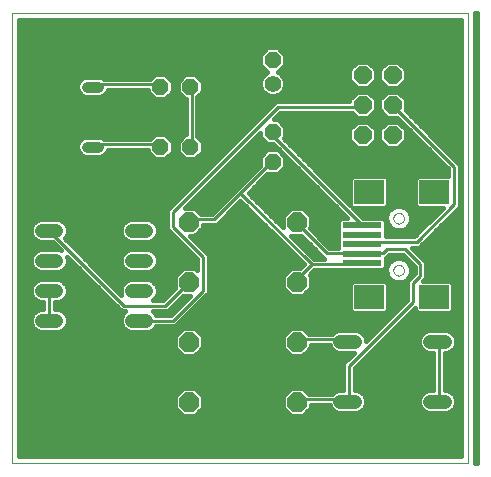
<source format=gtl>
G75*
%MOIN*%
%OFA0B0*%
%FSLAX24Y24*%
%IPPOS*%
%LPD*%
%AMOC8*
5,1,8,0,0,1.08239X$1,22.5*
%
%ADD10C,0.0000*%
%ADD11OC8,0.0560*%
%ADD12C,0.0560*%
%ADD13C,0.0480*%
%ADD14C,0.0380*%
%ADD15OC8,0.0660*%
%ADD16R,0.0984X0.0787*%
%ADD17R,0.1299X0.0197*%
%ADD18OC8,0.0600*%
%ADD19C,0.0100*%
%ADD20C,0.0160*%
D10*
X000180Y000180D02*
X000180Y015176D01*
X015400Y015176D01*
X015400Y000180D01*
X000180Y000180D01*
X012903Y006614D02*
X012905Y006640D01*
X012911Y006666D01*
X012921Y006691D01*
X012934Y006714D01*
X012950Y006734D01*
X012970Y006752D01*
X012992Y006767D01*
X013015Y006779D01*
X013041Y006787D01*
X013067Y006791D01*
X013093Y006791D01*
X013119Y006787D01*
X013145Y006779D01*
X013169Y006767D01*
X013190Y006752D01*
X013210Y006734D01*
X013226Y006714D01*
X013239Y006691D01*
X013249Y006666D01*
X013255Y006640D01*
X013257Y006614D01*
X013255Y006588D01*
X013249Y006562D01*
X013239Y006537D01*
X013226Y006514D01*
X013210Y006494D01*
X013190Y006476D01*
X013168Y006461D01*
X013145Y006449D01*
X013119Y006441D01*
X013093Y006437D01*
X013067Y006437D01*
X013041Y006441D01*
X013015Y006449D01*
X012991Y006461D01*
X012970Y006476D01*
X012950Y006494D01*
X012934Y006514D01*
X012921Y006537D01*
X012911Y006562D01*
X012905Y006588D01*
X012903Y006614D01*
X012903Y008346D02*
X012905Y008372D01*
X012911Y008398D01*
X012921Y008423D01*
X012934Y008446D01*
X012950Y008466D01*
X012970Y008484D01*
X012992Y008499D01*
X013015Y008511D01*
X013041Y008519D01*
X013067Y008523D01*
X013093Y008523D01*
X013119Y008519D01*
X013145Y008511D01*
X013169Y008499D01*
X013190Y008484D01*
X013210Y008466D01*
X013226Y008446D01*
X013239Y008423D01*
X013249Y008398D01*
X013255Y008372D01*
X013257Y008346D01*
X013255Y008320D01*
X013249Y008294D01*
X013239Y008269D01*
X013226Y008246D01*
X013210Y008226D01*
X013190Y008208D01*
X013168Y008193D01*
X013145Y008181D01*
X013119Y008173D01*
X013093Y008169D01*
X013067Y008169D01*
X013041Y008173D01*
X013015Y008181D01*
X012991Y008193D01*
X012970Y008208D01*
X012950Y008226D01*
X012934Y008246D01*
X012921Y008269D01*
X012911Y008294D01*
X012905Y008320D01*
X012903Y008346D01*
D11*
X008880Y010230D03*
X008880Y011230D03*
X008880Y013630D03*
X006130Y012730D03*
X005130Y012730D03*
X005130Y010730D03*
X006130Y010730D03*
D12*
X008880Y012830D03*
D13*
X004670Y007930D02*
X004190Y007930D01*
X004190Y006930D02*
X004670Y006930D01*
X004670Y005930D02*
X004190Y005930D01*
X004190Y004930D02*
X004670Y004930D01*
X001670Y004930D02*
X001190Y004930D01*
X001190Y005930D02*
X001670Y005930D01*
X001670Y006930D02*
X001190Y006930D01*
X001190Y007930D02*
X001670Y007930D01*
X011140Y004230D02*
X011620Y004230D01*
X011620Y002230D02*
X011140Y002230D01*
X014140Y002230D02*
X014620Y002230D01*
X014620Y004230D02*
X014140Y004230D01*
D14*
X003070Y010730D02*
X002690Y010730D01*
X002690Y012730D02*
X003070Y012730D01*
D15*
X006080Y008230D03*
X006080Y006230D03*
X006080Y004230D03*
X006080Y002230D03*
X009680Y002230D03*
X009680Y004230D03*
X009680Y006230D03*
X009680Y008230D03*
D16*
X012096Y009232D03*
X014261Y009232D03*
X014261Y005728D03*
X012096Y005728D03*
D17*
X011860Y006850D03*
X011860Y007165D03*
X011860Y007480D03*
X011860Y007795D03*
X011860Y008110D03*
D18*
X011880Y011130D03*
X011880Y012130D03*
X011880Y013130D03*
X012880Y013130D03*
X012880Y012130D03*
X012880Y011130D03*
D19*
X012930Y012055D02*
X012880Y012130D01*
X012930Y012055D02*
X014930Y010055D01*
X014930Y008805D01*
X013680Y007555D01*
X011930Y007555D01*
X011860Y007480D01*
X011805Y007180D02*
X011860Y007165D01*
X011930Y007180D01*
X012555Y007180D01*
X012680Y007305D01*
X013305Y007305D01*
X013805Y006805D01*
X013805Y006430D01*
X013555Y006180D01*
X013555Y005555D01*
X011430Y003430D01*
X011430Y002305D01*
X011380Y002230D01*
X011305Y002305D01*
X009680Y002305D01*
X009680Y002230D01*
X009680Y004230D02*
X009680Y004305D01*
X011305Y004305D01*
X011380Y004230D01*
X009680Y006230D02*
X009680Y006305D01*
X010180Y006805D01*
X007805Y009180D01*
X006930Y008305D01*
X006180Y008305D01*
X006080Y008230D01*
X005555Y008055D02*
X005555Y008555D01*
X009055Y012055D01*
X011805Y012055D01*
X011880Y012130D01*
X008880Y011230D02*
X008805Y011180D01*
X011805Y008180D01*
X011860Y008110D01*
X011805Y007180D02*
X010680Y007180D01*
X009680Y008180D01*
X009680Y008230D01*
X010180Y006805D02*
X011805Y006805D01*
X011860Y006850D01*
X014380Y004230D02*
X014430Y004180D01*
X014430Y002305D01*
X014380Y002230D01*
X007805Y009180D02*
X008805Y010180D01*
X008880Y010230D01*
X006180Y010805D02*
X006130Y010730D01*
X006180Y010805D02*
X006180Y012680D01*
X006130Y012730D01*
X005130Y012730D02*
X005055Y012805D01*
X002930Y012805D01*
X002880Y012730D01*
X002930Y010805D02*
X002880Y010730D01*
X002930Y010805D02*
X005055Y010805D01*
X005130Y010730D01*
X005555Y008055D02*
X006555Y007055D01*
X006555Y005930D01*
X005555Y004930D01*
X004430Y004930D01*
X003930Y005430D02*
X005305Y005430D01*
X006055Y006180D01*
X006080Y006230D01*
X003930Y005430D02*
X001430Y007930D01*
X001430Y005930D02*
X001430Y004930D01*
D20*
X001240Y005310D02*
X001114Y005310D01*
X000975Y005252D01*
X000868Y005145D01*
X000810Y005006D01*
X000810Y004854D01*
X000868Y004715D01*
X000975Y004608D01*
X001114Y004550D01*
X001746Y004550D01*
X001885Y004608D01*
X001992Y004715D01*
X002050Y004854D01*
X002050Y005006D01*
X001992Y005145D01*
X001885Y005252D01*
X001746Y005310D01*
X001620Y005310D01*
X001620Y005550D01*
X001746Y005550D01*
X001885Y005608D01*
X001992Y005715D01*
X002050Y005854D01*
X002050Y006006D01*
X001992Y006145D01*
X001885Y006252D01*
X001746Y006310D01*
X001114Y006310D01*
X000975Y006252D01*
X000868Y006145D01*
X000810Y006006D01*
X000810Y005854D01*
X000868Y005715D01*
X000975Y005608D01*
X001114Y005550D01*
X001240Y005550D01*
X001240Y005310D01*
X001240Y005411D02*
X000410Y005411D01*
X000410Y005569D02*
X001069Y005569D01*
X000863Y005728D02*
X000410Y005728D01*
X000410Y005886D02*
X000810Y005886D01*
X000826Y006045D02*
X000410Y006045D01*
X000410Y006203D02*
X000926Y006203D01*
X001114Y006550D02*
X001746Y006550D01*
X001885Y006608D01*
X001992Y006715D01*
X002050Y006854D01*
X002050Y007006D01*
X002025Y007067D01*
X003740Y005351D01*
X003851Y005240D01*
X003963Y005240D01*
X003868Y005145D01*
X003810Y005006D01*
X003810Y004854D01*
X003868Y004715D01*
X003975Y004608D01*
X004114Y004550D01*
X004746Y004550D01*
X004885Y004608D01*
X004992Y004715D01*
X005003Y004740D01*
X005634Y004740D01*
X006634Y005740D01*
X006745Y005851D01*
X006745Y007134D01*
X006119Y007760D01*
X006275Y007760D01*
X006550Y008035D01*
X006550Y008115D01*
X007009Y008115D01*
X007805Y008911D01*
X009911Y006805D01*
X009806Y006700D01*
X009485Y006700D01*
X009210Y006425D01*
X009210Y006035D01*
X009485Y005760D01*
X009875Y005760D01*
X010150Y006035D01*
X010150Y006425D01*
X010109Y006465D01*
X010259Y006615D01*
X011149Y006615D01*
X011152Y006612D01*
X011831Y006612D01*
X011865Y006608D01*
X011869Y006612D01*
X012567Y006612D01*
X012649Y006694D01*
X012649Y007005D01*
X012745Y007101D01*
X012759Y007115D01*
X013226Y007115D01*
X013615Y006726D01*
X013615Y006509D01*
X013365Y006259D01*
X013365Y005634D01*
X012000Y004269D01*
X012000Y004306D01*
X011942Y004445D01*
X011835Y004552D01*
X011696Y004610D01*
X011064Y004610D01*
X010925Y004552D01*
X010868Y004495D01*
X010080Y004495D01*
X009875Y004700D01*
X009485Y004700D01*
X009210Y004425D01*
X009210Y004035D01*
X009485Y003760D01*
X009875Y003760D01*
X010150Y004035D01*
X010150Y004115D01*
X010776Y004115D01*
X010818Y004015D01*
X010925Y003908D01*
X011064Y003850D01*
X011581Y003850D01*
X011240Y003509D01*
X011240Y002610D01*
X011064Y002610D01*
X010925Y002552D01*
X010868Y002495D01*
X010080Y002495D01*
X009875Y002700D01*
X009485Y002700D01*
X009210Y002425D01*
X009210Y002035D01*
X009485Y001760D01*
X009875Y001760D01*
X010150Y002035D01*
X010150Y002115D01*
X010776Y002115D01*
X010818Y002015D01*
X010925Y001908D01*
X011064Y001850D01*
X011696Y001850D01*
X011835Y001908D01*
X011942Y002015D01*
X012000Y002154D01*
X012000Y002306D01*
X011942Y002445D01*
X011835Y002552D01*
X011696Y002610D01*
X011620Y002610D01*
X011620Y003351D01*
X013629Y005360D01*
X013629Y005276D01*
X013711Y005194D01*
X014811Y005194D01*
X014893Y005276D01*
X014893Y006180D01*
X014811Y006262D01*
X013905Y006262D01*
X013995Y006351D01*
X013995Y006884D01*
X013514Y007365D01*
X013759Y007365D01*
X015120Y008726D01*
X015120Y010134D01*
X013313Y011941D01*
X013320Y011948D01*
X013320Y012312D01*
X013062Y012570D01*
X012698Y012570D01*
X012440Y012312D01*
X012440Y011948D01*
X012698Y011690D01*
X013026Y011690D01*
X014740Y009976D01*
X014740Y009766D01*
X013711Y009766D01*
X013629Y009684D01*
X013629Y008780D01*
X013711Y008698D01*
X014555Y008698D01*
X013601Y007745D01*
X012649Y007745D01*
X012649Y007951D01*
X012648Y007952D01*
X012649Y007954D01*
X012649Y008266D01*
X012567Y008348D01*
X011915Y008348D01*
X011907Y008359D01*
X011893Y008360D01*
X011555Y008698D01*
X012646Y008698D01*
X012728Y008780D01*
X012728Y009684D01*
X012646Y009766D01*
X011546Y009766D01*
X011464Y009684D01*
X011464Y008790D01*
X009249Y011005D01*
X009300Y011056D01*
X009300Y011404D01*
X009054Y011650D01*
X008919Y011650D01*
X009134Y011865D01*
X011523Y011865D01*
X011698Y011690D01*
X012062Y011690D01*
X012320Y011948D01*
X012320Y012312D01*
X012062Y012570D01*
X011698Y012570D01*
X011440Y012312D01*
X011440Y012245D01*
X008976Y012245D01*
X008865Y012134D01*
X005365Y008634D01*
X005365Y007976D01*
X005476Y007865D01*
X006365Y006976D01*
X006365Y006610D01*
X006275Y006700D01*
X005885Y006700D01*
X005610Y006425D01*
X005610Y006035D01*
X005626Y006020D01*
X005226Y005620D01*
X004897Y005620D01*
X004992Y005715D01*
X005050Y005854D01*
X005050Y006006D01*
X004992Y006145D01*
X004885Y006252D01*
X004746Y006310D01*
X004114Y006310D01*
X003975Y006252D01*
X003868Y006145D01*
X003810Y006006D01*
X003810Y005854D01*
X003835Y005793D01*
X001953Y007676D01*
X001992Y007715D01*
X002050Y007854D01*
X002050Y008006D01*
X001992Y008145D01*
X001885Y008252D01*
X001746Y008310D01*
X001114Y008310D01*
X000975Y008252D01*
X000868Y008145D01*
X000810Y008006D01*
X000810Y007854D01*
X000868Y007715D01*
X000975Y007608D01*
X001114Y007550D01*
X001541Y007550D01*
X001807Y007285D01*
X001746Y007310D01*
X001114Y007310D01*
X000975Y007252D01*
X000868Y007145D01*
X000810Y007006D01*
X000810Y006854D01*
X000868Y006715D01*
X000975Y006608D01*
X001114Y006550D01*
X000904Y006679D02*
X000410Y006679D01*
X000410Y006837D02*
X000817Y006837D01*
X000810Y006996D02*
X000410Y006996D01*
X000410Y007154D02*
X000877Y007154D01*
X000953Y007630D02*
X000410Y007630D01*
X000410Y007788D02*
X000838Y007788D01*
X000810Y007947D02*
X000410Y007947D01*
X000410Y008105D02*
X000851Y008105D01*
X001002Y008264D02*
X000410Y008264D01*
X000410Y008422D02*
X005365Y008422D01*
X005365Y008264D02*
X004858Y008264D01*
X004885Y008252D02*
X004746Y008310D01*
X004114Y008310D01*
X003975Y008252D01*
X003868Y008145D01*
X003810Y008006D01*
X003810Y007854D01*
X003868Y007715D01*
X003975Y007608D01*
X004114Y007550D01*
X004746Y007550D01*
X004885Y007608D01*
X004992Y007715D01*
X005050Y007854D01*
X005050Y008006D01*
X004992Y008145D01*
X004885Y008252D01*
X005009Y008105D02*
X005365Y008105D01*
X005395Y007947D02*
X005050Y007947D01*
X005022Y007788D02*
X005553Y007788D01*
X005712Y007630D02*
X004907Y007630D01*
X004746Y007310D02*
X004885Y007252D01*
X004992Y007145D01*
X005050Y007006D01*
X005050Y006854D01*
X004992Y006715D01*
X004885Y006608D01*
X004746Y006550D01*
X004114Y006550D01*
X003975Y006608D01*
X003868Y006715D01*
X003810Y006854D01*
X003810Y007006D01*
X003868Y007145D01*
X003975Y007252D01*
X004114Y007310D01*
X004746Y007310D01*
X004983Y007154D02*
X006187Y007154D01*
X006029Y007313D02*
X002316Y007313D01*
X002158Y007471D02*
X005870Y007471D01*
X006249Y007630D02*
X009087Y007630D01*
X008928Y007788D02*
X006303Y007788D01*
X006461Y007947D02*
X008770Y007947D01*
X008611Y008105D02*
X006550Y008105D01*
X006480Y008495D02*
X006275Y008700D01*
X005969Y008700D01*
X008460Y011191D01*
X008460Y011056D01*
X008706Y010810D01*
X008906Y010810D01*
X011368Y008348D01*
X011152Y008348D01*
X011070Y008266D01*
X011070Y007954D01*
X011071Y007952D01*
X011070Y007951D01*
X011070Y007639D01*
X011071Y007637D01*
X011070Y007636D01*
X011070Y007370D01*
X010759Y007370D01*
X010122Y008007D01*
X010150Y008035D01*
X010150Y008425D01*
X009875Y008700D01*
X009485Y008700D01*
X009210Y008425D01*
X009210Y008044D01*
X008074Y009180D01*
X008705Y009811D01*
X008706Y009810D01*
X009054Y009810D01*
X009300Y010056D01*
X009300Y010404D01*
X009054Y010650D01*
X008706Y010650D01*
X008460Y010404D01*
X008460Y010104D01*
X007726Y009370D01*
X007615Y009259D01*
X006851Y008495D01*
X006480Y008495D01*
X006394Y008581D02*
X006937Y008581D01*
X007095Y008739D02*
X006008Y008739D01*
X006166Y008898D02*
X007254Y008898D01*
X007412Y009056D02*
X006325Y009056D01*
X006483Y009215D02*
X007571Y009215D01*
X007729Y009373D02*
X006642Y009373D01*
X006800Y009532D02*
X007888Y009532D01*
X008046Y009690D02*
X006959Y009690D01*
X007117Y009849D02*
X008205Y009849D01*
X008363Y010007D02*
X007276Y010007D01*
X007434Y010166D02*
X008460Y010166D01*
X008460Y010324D02*
X007593Y010324D01*
X007751Y010483D02*
X008539Y010483D01*
X008697Y010641D02*
X007910Y010641D01*
X008068Y010800D02*
X008917Y010800D01*
X009063Y010641D02*
X009075Y010641D01*
X009221Y010483D02*
X009234Y010483D01*
X009300Y010324D02*
X009392Y010324D01*
X009300Y010166D02*
X009551Y010166D01*
X009709Y010007D02*
X009251Y010007D01*
X009092Y009849D02*
X009868Y009849D01*
X010026Y009690D02*
X008584Y009690D01*
X008425Y009532D02*
X010185Y009532D01*
X010343Y009373D02*
X008267Y009373D01*
X008108Y009215D02*
X010502Y009215D01*
X010660Y009056D02*
X008198Y009056D01*
X008356Y008898D02*
X010819Y008898D01*
X010977Y008739D02*
X008515Y008739D01*
X008673Y008581D02*
X009366Y008581D01*
X009210Y008422D02*
X008832Y008422D01*
X008990Y008264D02*
X009210Y008264D01*
X009210Y008105D02*
X009149Y008105D01*
X009494Y007760D02*
X009831Y007760D01*
X010596Y006995D01*
X010259Y006995D01*
X009494Y007760D01*
X009624Y007630D02*
X009962Y007630D01*
X010120Y007471D02*
X009783Y007471D01*
X009941Y007313D02*
X010279Y007313D01*
X010437Y007154D02*
X010100Y007154D01*
X010258Y006996D02*
X010596Y006996D01*
X010658Y007471D02*
X011070Y007471D01*
X011070Y007630D02*
X010499Y007630D01*
X010341Y007788D02*
X011070Y007788D01*
X011070Y007947D02*
X010182Y007947D01*
X010150Y008105D02*
X011070Y008105D01*
X011070Y008264D02*
X010150Y008264D01*
X010150Y008422D02*
X011294Y008422D01*
X011136Y008581D02*
X009994Y008581D01*
X010881Y009373D02*
X011464Y009373D01*
X011464Y009532D02*
X010722Y009532D01*
X010564Y009690D02*
X011470Y009690D01*
X011464Y009215D02*
X011039Y009215D01*
X011198Y009056D02*
X011464Y009056D01*
X011464Y008898D02*
X011356Y008898D01*
X011673Y008581D02*
X012739Y008581D01*
X012735Y008577D02*
X012673Y008427D01*
X012673Y008265D01*
X012735Y008116D01*
X012849Y008001D01*
X012999Y007939D01*
X013161Y007939D01*
X013311Y008001D01*
X013425Y008116D01*
X013487Y008265D01*
X013487Y008427D01*
X013425Y008577D01*
X013311Y008691D01*
X013161Y008753D01*
X012999Y008753D01*
X012849Y008691D01*
X012735Y008577D01*
X012673Y008422D02*
X011832Y008422D01*
X012649Y008264D02*
X012674Y008264D01*
X012649Y008105D02*
X012745Y008105D01*
X012649Y007947D02*
X012981Y007947D01*
X013179Y007947D02*
X013803Y007947D01*
X013961Y008105D02*
X013415Y008105D01*
X013486Y008264D02*
X014120Y008264D01*
X014278Y008422D02*
X013487Y008422D01*
X013421Y008581D02*
X014437Y008581D01*
X014657Y008264D02*
X015170Y008264D01*
X015170Y008422D02*
X014816Y008422D01*
X014974Y008581D02*
X015170Y008581D01*
X015170Y008739D02*
X015120Y008739D01*
X015120Y008898D02*
X015170Y008898D01*
X015170Y009056D02*
X015120Y009056D01*
X015120Y009215D02*
X015170Y009215D01*
X015170Y009373D02*
X015120Y009373D01*
X015120Y009532D02*
X015170Y009532D01*
X015170Y009690D02*
X015120Y009690D01*
X015120Y009849D02*
X015170Y009849D01*
X015170Y010007D02*
X015120Y010007D01*
X015088Y010166D02*
X015170Y010166D01*
X015170Y010324D02*
X014930Y010324D01*
X014771Y010483D02*
X015170Y010483D01*
X015170Y010641D02*
X014613Y010641D01*
X014454Y010800D02*
X015170Y010800D01*
X015170Y010958D02*
X014296Y010958D01*
X014137Y011117D02*
X015170Y011117D01*
X015170Y011275D02*
X013979Y011275D01*
X013820Y011434D02*
X015170Y011434D01*
X015170Y011592D02*
X013662Y011592D01*
X013503Y011751D02*
X015170Y011751D01*
X015170Y011909D02*
X013345Y011909D01*
X013320Y012068D02*
X015170Y012068D01*
X015170Y012226D02*
X013320Y012226D01*
X013248Y012385D02*
X015170Y012385D01*
X015170Y012543D02*
X013089Y012543D01*
X013062Y012690D02*
X013320Y012948D01*
X013320Y013312D01*
X013062Y013570D01*
X012698Y013570D01*
X012440Y013312D01*
X012440Y012948D01*
X012698Y012690D01*
X013062Y012690D01*
X013074Y012702D02*
X015170Y012702D01*
X015170Y012860D02*
X013232Y012860D01*
X013320Y013019D02*
X015170Y013019D01*
X015170Y013177D02*
X013320Y013177D01*
X013297Y013336D02*
X015170Y013336D01*
X015170Y013494D02*
X013138Y013494D01*
X012622Y013494D02*
X012138Y013494D01*
X012062Y013570D02*
X011698Y013570D01*
X011440Y013312D01*
X011440Y012948D01*
X011698Y012690D01*
X012062Y012690D01*
X012320Y012948D01*
X012320Y013312D01*
X012062Y013570D01*
X012297Y013336D02*
X012463Y013336D01*
X012440Y013177D02*
X012320Y013177D01*
X012320Y013019D02*
X012440Y013019D01*
X012528Y012860D02*
X012232Y012860D01*
X012074Y012702D02*
X012686Y012702D01*
X012671Y012543D02*
X012089Y012543D01*
X012248Y012385D02*
X012512Y012385D01*
X012440Y012226D02*
X012320Y012226D01*
X012320Y012068D02*
X012440Y012068D01*
X012479Y011909D02*
X012281Y011909D01*
X012123Y011751D02*
X012637Y011751D01*
X012698Y011570D02*
X012440Y011312D01*
X012440Y010948D01*
X012698Y010690D01*
X013062Y010690D01*
X013320Y010948D01*
X013320Y011312D01*
X013062Y011570D01*
X012698Y011570D01*
X012561Y011434D02*
X012199Y011434D01*
X012320Y011312D02*
X012062Y011570D01*
X011698Y011570D01*
X011440Y011312D01*
X011440Y010948D01*
X011698Y010690D01*
X012062Y010690D01*
X012320Y010948D01*
X012320Y011312D01*
X012320Y011275D02*
X012440Y011275D01*
X012440Y011117D02*
X012320Y011117D01*
X012320Y010958D02*
X012440Y010958D01*
X012588Y010800D02*
X012172Y010800D01*
X011588Y010800D02*
X009454Y010800D01*
X009296Y010958D02*
X011440Y010958D01*
X011440Y011117D02*
X009300Y011117D01*
X009300Y011275D02*
X011440Y011275D01*
X011561Y011434D02*
X009270Y011434D01*
X009112Y011592D02*
X013124Y011592D01*
X013199Y011434D02*
X013283Y011434D01*
X013320Y011275D02*
X013441Y011275D01*
X013320Y011117D02*
X013600Y011117D01*
X013758Y010958D02*
X013320Y010958D01*
X013172Y010800D02*
X013917Y010800D01*
X014075Y010641D02*
X009613Y010641D01*
X009771Y010483D02*
X014234Y010483D01*
X014392Y010324D02*
X009930Y010324D01*
X010088Y010166D02*
X014551Y010166D01*
X014709Y010007D02*
X010247Y010007D01*
X010405Y009849D02*
X014740Y009849D01*
X015630Y009849D02*
X015680Y009849D01*
X015680Y010007D02*
X015630Y010007D01*
X015630Y010166D02*
X015680Y010166D01*
X015680Y010324D02*
X015630Y010324D01*
X015630Y010483D02*
X015680Y010483D01*
X015680Y010641D02*
X015630Y010641D01*
X015630Y010800D02*
X015680Y010800D01*
X015680Y010958D02*
X015630Y010958D01*
X015630Y011117D02*
X015680Y011117D01*
X015680Y011275D02*
X015630Y011275D01*
X015630Y011434D02*
X015680Y011434D01*
X015680Y011592D02*
X015630Y011592D01*
X015630Y011751D02*
X015680Y011751D01*
X015680Y011909D02*
X015630Y011909D01*
X015630Y012068D02*
X015680Y012068D01*
X015680Y012226D02*
X015630Y012226D01*
X015630Y012385D02*
X015680Y012385D01*
X015680Y012543D02*
X015630Y012543D01*
X015630Y012702D02*
X015680Y012702D01*
X015680Y012860D02*
X015630Y012860D01*
X015630Y013019D02*
X015680Y013019D01*
X015680Y013177D02*
X015630Y013177D01*
X015630Y013336D02*
X015680Y013336D01*
X015680Y013494D02*
X015630Y013494D01*
X015630Y013653D02*
X015680Y013653D01*
X015680Y013811D02*
X015630Y013811D01*
X015630Y013970D02*
X015680Y013970D01*
X015680Y014128D02*
X015630Y014128D01*
X015630Y014287D02*
X015680Y014287D01*
X015680Y014445D02*
X015630Y014445D01*
X015630Y014604D02*
X015680Y014604D01*
X015680Y014762D02*
X015630Y014762D01*
X015630Y014921D02*
X015680Y014921D01*
X015680Y015079D02*
X015630Y015079D01*
X015630Y015180D02*
X015680Y015180D01*
X015680Y000180D01*
X015630Y000180D01*
X015630Y015180D01*
X015170Y014946D02*
X000410Y014946D01*
X000410Y000410D01*
X015170Y000410D01*
X015170Y014946D01*
X015170Y014921D02*
X000410Y014921D01*
X000410Y014762D02*
X015170Y014762D01*
X015170Y014604D02*
X000410Y014604D01*
X000410Y014445D02*
X015170Y014445D01*
X015170Y014287D02*
X000410Y014287D01*
X000410Y014128D02*
X015170Y014128D01*
X015170Y013970D02*
X009134Y013970D01*
X009054Y014050D02*
X008706Y014050D01*
X008460Y013804D01*
X008460Y013456D01*
X008704Y013212D01*
X008642Y013186D01*
X008524Y013068D01*
X008460Y012914D01*
X008460Y012746D01*
X008524Y012592D01*
X008642Y012474D01*
X008796Y012410D01*
X008964Y012410D01*
X009118Y012474D01*
X009236Y012592D01*
X009300Y012746D01*
X009300Y012914D01*
X009236Y013068D01*
X009118Y013186D01*
X009056Y013212D01*
X009300Y013456D01*
X009300Y013804D01*
X009054Y014050D01*
X009293Y013811D02*
X015170Y013811D01*
X015170Y013653D02*
X009300Y013653D01*
X009300Y013494D02*
X011622Y013494D01*
X011463Y013336D02*
X009179Y013336D01*
X009127Y013177D02*
X011440Y013177D01*
X011440Y013019D02*
X009257Y013019D01*
X009300Y012860D02*
X011528Y012860D01*
X011686Y012702D02*
X009281Y012702D01*
X009187Y012543D02*
X011671Y012543D01*
X011512Y012385D02*
X006378Y012385D01*
X006370Y012376D02*
X006550Y012556D01*
X006550Y012904D01*
X006304Y013150D01*
X005956Y013150D01*
X005710Y012904D01*
X005710Y012556D01*
X005956Y012310D01*
X005990Y012310D01*
X005990Y011150D01*
X005956Y011150D01*
X005710Y010904D01*
X005710Y010556D01*
X005956Y010310D01*
X006304Y010310D01*
X006550Y010556D01*
X006550Y010904D01*
X006370Y011084D01*
X006370Y012376D01*
X006370Y012226D02*
X008957Y012226D01*
X008799Y012068D02*
X006370Y012068D01*
X006370Y011909D02*
X008640Y011909D01*
X008482Y011751D02*
X006370Y011751D01*
X006370Y011592D02*
X008323Y011592D01*
X008165Y011434D02*
X006370Y011434D01*
X006370Y011275D02*
X008006Y011275D01*
X007848Y011117D02*
X006370Y011117D01*
X006496Y010958D02*
X007689Y010958D01*
X007531Y010800D02*
X006550Y010800D01*
X006550Y010641D02*
X007372Y010641D01*
X007214Y010483D02*
X006476Y010483D01*
X006318Y010324D02*
X007055Y010324D01*
X006897Y010166D02*
X000410Y010166D01*
X000410Y010324D02*
X004942Y010324D01*
X004956Y010310D02*
X005304Y010310D01*
X005550Y010556D01*
X005550Y010904D01*
X005304Y011150D01*
X004956Y011150D01*
X004801Y010995D01*
X003272Y010995D01*
X003257Y011010D01*
X003136Y011060D01*
X002624Y011060D01*
X002503Y011010D01*
X002410Y010917D01*
X002360Y010796D01*
X002360Y010664D01*
X002410Y010543D01*
X002503Y010450D01*
X002624Y010400D01*
X003136Y010400D01*
X003257Y010450D01*
X003350Y010543D01*
X003380Y010615D01*
X004710Y010615D01*
X004710Y010556D01*
X004956Y010310D01*
X004784Y010483D02*
X003289Y010483D01*
X002471Y010483D02*
X000410Y010483D01*
X000410Y010641D02*
X002370Y010641D01*
X002362Y010800D02*
X000410Y010800D01*
X000410Y010958D02*
X002451Y010958D01*
X002624Y012400D02*
X003136Y012400D01*
X003257Y012450D01*
X003350Y012543D01*
X003380Y012615D01*
X004710Y012615D01*
X004710Y012556D01*
X004956Y012310D01*
X005304Y012310D01*
X005550Y012556D01*
X005550Y012904D01*
X005304Y013150D01*
X004956Y013150D01*
X004801Y012995D01*
X003272Y012995D01*
X003257Y013010D01*
X003136Y013060D01*
X002624Y013060D01*
X002503Y013010D01*
X002410Y012917D01*
X002360Y012796D01*
X002360Y012664D01*
X002410Y012543D01*
X002503Y012450D01*
X002624Y012400D01*
X002410Y012543D02*
X000410Y012543D01*
X000410Y012385D02*
X004882Y012385D01*
X004723Y012543D02*
X003350Y012543D01*
X003236Y013019D02*
X004825Y013019D01*
X005435Y013019D02*
X005825Y013019D01*
X005710Y012860D02*
X005550Y012860D01*
X005550Y012702D02*
X005710Y012702D01*
X005723Y012543D02*
X005537Y012543D01*
X005378Y012385D02*
X005882Y012385D01*
X005990Y012226D02*
X000410Y012226D01*
X000410Y012068D02*
X005990Y012068D01*
X005990Y011909D02*
X000410Y011909D01*
X000410Y011751D02*
X005990Y011751D01*
X005990Y011592D02*
X000410Y011592D01*
X000410Y011434D02*
X005990Y011434D01*
X005990Y011275D02*
X000410Y011275D01*
X000410Y011117D02*
X004923Y011117D01*
X005337Y011117D02*
X005923Y011117D01*
X005764Y010958D02*
X005496Y010958D01*
X005550Y010800D02*
X005710Y010800D01*
X005710Y010641D02*
X005550Y010641D01*
X005476Y010483D02*
X005784Y010483D01*
X005942Y010324D02*
X005318Y010324D01*
X006263Y009532D02*
X000410Y009532D01*
X000410Y009690D02*
X006421Y009690D01*
X006580Y009849D02*
X000410Y009849D01*
X000410Y010007D02*
X006738Y010007D01*
X006104Y009373D02*
X000410Y009373D01*
X000410Y009215D02*
X005946Y009215D01*
X005787Y009056D02*
X000410Y009056D01*
X000410Y008898D02*
X005629Y008898D01*
X005470Y008739D02*
X000410Y008739D01*
X000410Y008581D02*
X005365Y008581D01*
X006408Y007471D02*
X009245Y007471D01*
X009404Y007313D02*
X006566Y007313D01*
X006725Y007154D02*
X009562Y007154D01*
X009721Y006996D02*
X006745Y006996D01*
X006745Y006837D02*
X009879Y006837D01*
X010164Y006520D02*
X012678Y006520D01*
X012673Y006533D02*
X012735Y006383D01*
X012849Y006269D01*
X012999Y006207D01*
X013161Y006207D01*
X013311Y006269D01*
X013425Y006383D01*
X013487Y006533D01*
X013487Y006695D01*
X013425Y006844D01*
X013311Y006959D01*
X013161Y007021D01*
X012999Y007021D01*
X012849Y006959D01*
X012735Y006844D01*
X012673Y006695D01*
X012673Y006533D01*
X012673Y006679D02*
X012634Y006679D01*
X012649Y006837D02*
X012732Y006837D01*
X012649Y006996D02*
X012937Y006996D01*
X013223Y006996D02*
X013346Y006996D01*
X013428Y006837D02*
X013504Y006837D01*
X013487Y006679D02*
X013615Y006679D01*
X013615Y006520D02*
X013482Y006520D01*
X013468Y006362D02*
X013403Y006362D01*
X013365Y006203D02*
X012705Y006203D01*
X012728Y006180D02*
X012646Y006262D01*
X011546Y006262D01*
X011464Y006180D01*
X011464Y005276D01*
X011546Y005194D01*
X012646Y005194D01*
X012728Y005276D01*
X012728Y006180D01*
X012728Y006045D02*
X013365Y006045D01*
X013365Y005886D02*
X012728Y005886D01*
X012728Y005728D02*
X013365Y005728D01*
X013300Y005569D02*
X012728Y005569D01*
X012728Y005411D02*
X013142Y005411D01*
X012983Y005252D02*
X012704Y005252D01*
X012825Y005094D02*
X005987Y005094D01*
X006146Y005252D02*
X011488Y005252D01*
X011464Y005411D02*
X006304Y005411D01*
X006463Y005569D02*
X011464Y005569D01*
X011464Y005728D02*
X006621Y005728D01*
X006745Y005886D02*
X009359Y005886D01*
X009210Y006045D02*
X006745Y006045D01*
X006745Y006203D02*
X009210Y006203D01*
X009210Y006362D02*
X006745Y006362D01*
X006745Y006520D02*
X009305Y006520D01*
X009464Y006679D02*
X006745Y006679D01*
X006365Y006679D02*
X006296Y006679D01*
X006365Y006837D02*
X005043Y006837D01*
X005050Y006996D02*
X006346Y006996D01*
X005864Y006679D02*
X004956Y006679D01*
X004934Y006203D02*
X005610Y006203D01*
X005610Y006045D02*
X005034Y006045D01*
X005050Y005886D02*
X005492Y005886D01*
X005334Y005728D02*
X004997Y005728D01*
X004897Y005240D02*
X005384Y005240D01*
X005904Y005760D01*
X006116Y005760D01*
X005476Y005120D01*
X005003Y005120D01*
X004992Y005145D01*
X004897Y005240D01*
X005396Y005252D02*
X005608Y005252D01*
X005554Y005411D02*
X005767Y005411D01*
X005713Y005569D02*
X005925Y005569D01*
X005871Y005728D02*
X006084Y005728D01*
X005610Y006362D02*
X003267Y006362D01*
X003109Y006520D02*
X005705Y006520D01*
X005829Y004935D02*
X012666Y004935D01*
X012508Y004777D02*
X005670Y004777D01*
X005803Y004618D02*
X004895Y004618D01*
X005610Y004425D02*
X005610Y004035D01*
X005885Y003760D01*
X006275Y003760D01*
X006550Y004035D01*
X006550Y004425D01*
X006275Y004700D01*
X005885Y004700D01*
X005610Y004425D01*
X005645Y004460D02*
X000410Y004460D01*
X000410Y004618D02*
X000965Y004618D01*
X000842Y004777D02*
X000410Y004777D01*
X000410Y004935D02*
X000810Y004935D01*
X000846Y005094D02*
X000410Y005094D01*
X000410Y005252D02*
X000975Y005252D01*
X001620Y005411D02*
X003681Y005411D01*
X003522Y005569D02*
X001791Y005569D01*
X001997Y005728D02*
X003364Y005728D01*
X003205Y005886D02*
X002050Y005886D01*
X002034Y006045D02*
X003047Y006045D01*
X002888Y006203D02*
X001934Y006203D01*
X001956Y006679D02*
X002413Y006679D01*
X002254Y006837D02*
X002043Y006837D01*
X002050Y006996D02*
X002096Y006996D01*
X002475Y007154D02*
X003877Y007154D01*
X003810Y006996D02*
X002633Y006996D01*
X002792Y006837D02*
X003817Y006837D01*
X003904Y006679D02*
X002950Y006679D01*
X002730Y006362D02*
X000410Y006362D01*
X000410Y006520D02*
X002571Y006520D01*
X003426Y006203D02*
X003926Y006203D01*
X003826Y006045D02*
X003584Y006045D01*
X003743Y005886D02*
X003810Y005886D01*
X003839Y005252D02*
X001885Y005252D01*
X002014Y005094D02*
X003846Y005094D01*
X003810Y004935D02*
X002050Y004935D01*
X002018Y004777D02*
X003842Y004777D01*
X003965Y004618D02*
X001895Y004618D01*
X000410Y004301D02*
X005610Y004301D01*
X005610Y004143D02*
X000410Y004143D01*
X000410Y003984D02*
X005661Y003984D01*
X005820Y003826D02*
X000410Y003826D01*
X000410Y003667D02*
X011398Y003667D01*
X011240Y003509D02*
X000410Y003509D01*
X000410Y003350D02*
X011240Y003350D01*
X011240Y003192D02*
X000410Y003192D01*
X000410Y003033D02*
X011240Y003033D01*
X011240Y002875D02*
X000410Y002875D01*
X000410Y002716D02*
X011240Y002716D01*
X010938Y002558D02*
X010017Y002558D01*
X010150Y002082D02*
X010790Y002082D01*
X010909Y001924D02*
X010038Y001924D01*
X009880Y001765D02*
X015170Y001765D01*
X015170Y001607D02*
X000410Y001607D01*
X000410Y001765D02*
X005880Y001765D01*
X005885Y001760D02*
X006275Y001760D01*
X006550Y002035D01*
X006550Y002425D01*
X006275Y002700D01*
X005885Y002700D01*
X005610Y002425D01*
X005610Y002035D01*
X005885Y001760D01*
X005722Y001924D02*
X000410Y001924D01*
X000410Y002082D02*
X005610Y002082D01*
X005610Y002241D02*
X000410Y002241D01*
X000410Y002399D02*
X005610Y002399D01*
X005743Y002558D02*
X000410Y002558D01*
X000410Y001448D02*
X015170Y001448D01*
X015170Y001290D02*
X000410Y001290D01*
X000410Y001131D02*
X015170Y001131D01*
X015170Y000973D02*
X000410Y000973D01*
X000410Y000814D02*
X015170Y000814D01*
X015170Y000656D02*
X000410Y000656D01*
X000410Y000497D02*
X015170Y000497D01*
X015630Y000497D02*
X015680Y000497D01*
X015680Y000339D02*
X015630Y000339D01*
X015630Y000180D02*
X015680Y000180D01*
X015680Y000656D02*
X015630Y000656D01*
X015630Y000814D02*
X015680Y000814D01*
X015680Y000973D02*
X015630Y000973D01*
X015630Y001131D02*
X015680Y001131D01*
X015680Y001290D02*
X015630Y001290D01*
X015630Y001448D02*
X015680Y001448D01*
X015680Y001607D02*
X015630Y001607D01*
X015630Y001765D02*
X015680Y001765D01*
X015680Y001924D02*
X015630Y001924D01*
X015630Y002082D02*
X015680Y002082D01*
X015680Y002241D02*
X015630Y002241D01*
X015630Y002399D02*
X015680Y002399D01*
X015680Y002558D02*
X015630Y002558D01*
X015630Y002716D02*
X015680Y002716D01*
X015680Y002875D02*
X015630Y002875D01*
X015630Y003033D02*
X015680Y003033D01*
X015680Y003192D02*
X015630Y003192D01*
X015630Y003350D02*
X015680Y003350D01*
X015680Y003509D02*
X015630Y003509D01*
X015630Y003667D02*
X015680Y003667D01*
X015680Y003826D02*
X015630Y003826D01*
X015630Y003984D02*
X015680Y003984D01*
X015680Y004143D02*
X015630Y004143D01*
X015630Y004301D02*
X015680Y004301D01*
X015680Y004460D02*
X015630Y004460D01*
X015630Y004618D02*
X015680Y004618D01*
X015680Y004777D02*
X015630Y004777D01*
X015630Y004935D02*
X015680Y004935D01*
X015680Y005094D02*
X015630Y005094D01*
X015630Y005252D02*
X015680Y005252D01*
X015680Y005411D02*
X015630Y005411D01*
X015630Y005569D02*
X015680Y005569D01*
X015680Y005728D02*
X015630Y005728D01*
X015630Y005886D02*
X015680Y005886D01*
X015680Y006045D02*
X015630Y006045D01*
X015630Y006203D02*
X015680Y006203D01*
X015680Y006362D02*
X015630Y006362D01*
X015630Y006520D02*
X015680Y006520D01*
X015680Y006679D02*
X015630Y006679D01*
X015630Y006837D02*
X015680Y006837D01*
X015680Y006996D02*
X015630Y006996D01*
X015630Y007154D02*
X015680Y007154D01*
X015680Y007313D02*
X015630Y007313D01*
X015630Y007471D02*
X015680Y007471D01*
X015680Y007630D02*
X015630Y007630D01*
X015630Y007788D02*
X015680Y007788D01*
X015680Y007947D02*
X015630Y007947D01*
X015630Y008105D02*
X015680Y008105D01*
X015680Y008264D02*
X015630Y008264D01*
X015630Y008422D02*
X015680Y008422D01*
X015680Y008581D02*
X015630Y008581D01*
X015630Y008739D02*
X015680Y008739D01*
X015680Y008898D02*
X015630Y008898D01*
X015630Y009056D02*
X015680Y009056D01*
X015680Y009215D02*
X015630Y009215D01*
X015630Y009373D02*
X015680Y009373D01*
X015680Y009532D02*
X015630Y009532D01*
X015630Y009690D02*
X015680Y009690D01*
X015170Y008105D02*
X014499Y008105D01*
X014340Y007947D02*
X015170Y007947D01*
X015170Y007788D02*
X014182Y007788D01*
X014023Y007630D02*
X015170Y007630D01*
X015170Y007471D02*
X013865Y007471D01*
X013566Y007313D02*
X015170Y007313D01*
X015170Y007154D02*
X013725Y007154D01*
X013883Y006996D02*
X015170Y006996D01*
X015170Y006837D02*
X013995Y006837D01*
X013995Y006679D02*
X015170Y006679D01*
X015170Y006520D02*
X013995Y006520D01*
X013995Y006362D02*
X015170Y006362D01*
X015170Y006203D02*
X014870Y006203D01*
X014893Y006045D02*
X015170Y006045D01*
X015170Y005886D02*
X014893Y005886D01*
X014893Y005728D02*
X015170Y005728D01*
X015170Y005569D02*
X014893Y005569D01*
X014893Y005411D02*
X015170Y005411D01*
X015170Y005252D02*
X014869Y005252D01*
X015170Y005094D02*
X013362Y005094D01*
X013521Y005252D02*
X013653Y005252D01*
X013204Y004935D02*
X015170Y004935D01*
X015170Y004777D02*
X013045Y004777D01*
X012887Y004618D02*
X015170Y004618D01*
X015170Y004460D02*
X014928Y004460D01*
X014942Y004445D02*
X014835Y004552D01*
X014696Y004610D01*
X014064Y004610D01*
X013925Y004552D01*
X013818Y004445D01*
X013760Y004306D01*
X013760Y004154D01*
X013818Y004015D01*
X013925Y003908D01*
X014064Y003850D01*
X014240Y003850D01*
X014240Y002610D01*
X014064Y002610D01*
X013925Y002552D01*
X013818Y002445D01*
X013760Y002306D01*
X013760Y002154D01*
X013818Y002015D01*
X013925Y001908D01*
X014064Y001850D01*
X014696Y001850D01*
X014835Y001908D01*
X014942Y002015D01*
X015000Y002154D01*
X015000Y002306D01*
X014942Y002445D01*
X014835Y002552D01*
X014696Y002610D01*
X014620Y002610D01*
X014620Y003850D01*
X014696Y003850D01*
X014835Y003908D01*
X014942Y004015D01*
X015000Y004154D01*
X015000Y004306D01*
X014942Y004445D01*
X015000Y004301D02*
X015170Y004301D01*
X015170Y004143D02*
X014995Y004143D01*
X014911Y003984D02*
X015170Y003984D01*
X015170Y003826D02*
X014620Y003826D01*
X014620Y003667D02*
X015170Y003667D01*
X015170Y003509D02*
X014620Y003509D01*
X014620Y003350D02*
X015170Y003350D01*
X015170Y003192D02*
X014620Y003192D01*
X014620Y003033D02*
X015170Y003033D01*
X015170Y002875D02*
X014620Y002875D01*
X014620Y002716D02*
X015170Y002716D01*
X015170Y002558D02*
X014822Y002558D01*
X014961Y002399D02*
X015170Y002399D01*
X015170Y002241D02*
X015000Y002241D01*
X014970Y002082D02*
X015170Y002082D01*
X015170Y001924D02*
X014851Y001924D01*
X014240Y002716D02*
X011620Y002716D01*
X011620Y002875D02*
X014240Y002875D01*
X014240Y003033D02*
X011620Y003033D01*
X011620Y003192D02*
X014240Y003192D01*
X014240Y003350D02*
X011620Y003350D01*
X011777Y003509D02*
X014240Y003509D01*
X014240Y003667D02*
X011936Y003667D01*
X012094Y003826D02*
X014240Y003826D01*
X013849Y003984D02*
X012253Y003984D01*
X012411Y004143D02*
X013765Y004143D01*
X013760Y004301D02*
X012570Y004301D01*
X012728Y004460D02*
X013832Y004460D01*
X012349Y004618D02*
X009957Y004618D01*
X009403Y004618D02*
X006357Y004618D01*
X006515Y004460D02*
X009245Y004460D01*
X009210Y004301D02*
X006550Y004301D01*
X006550Y004143D02*
X009210Y004143D01*
X009261Y003984D02*
X006499Y003984D01*
X006340Y003826D02*
X009420Y003826D01*
X009940Y003826D02*
X011557Y003826D01*
X012000Y004301D02*
X012032Y004301D01*
X011928Y004460D02*
X012191Y004460D01*
X010849Y003984D02*
X010099Y003984D01*
X009343Y002558D02*
X006417Y002558D01*
X006550Y002399D02*
X009210Y002399D01*
X009210Y002241D02*
X006550Y002241D01*
X006550Y002082D02*
X009210Y002082D01*
X009322Y001924D02*
X006438Y001924D01*
X006280Y001765D02*
X009480Y001765D01*
X011851Y001924D02*
X013909Y001924D01*
X013790Y002082D02*
X011970Y002082D01*
X012000Y002241D02*
X013760Y002241D01*
X013799Y002399D02*
X011961Y002399D01*
X011822Y002558D02*
X013938Y002558D01*
X011464Y005886D02*
X010001Y005886D01*
X010150Y006045D02*
X011464Y006045D01*
X011487Y006203D02*
X010150Y006203D01*
X010150Y006362D02*
X012757Y006362D01*
X012649Y007788D02*
X013644Y007788D01*
X013670Y008739D02*
X013195Y008739D01*
X012965Y008739D02*
X012687Y008739D01*
X012728Y008898D02*
X013629Y008898D01*
X013629Y009056D02*
X012728Y009056D01*
X012728Y009215D02*
X013629Y009215D01*
X013629Y009373D02*
X012728Y009373D01*
X012728Y009532D02*
X013629Y009532D01*
X013635Y009690D02*
X012722Y009690D01*
X011637Y011751D02*
X009019Y011751D01*
X008460Y011117D02*
X008385Y011117D01*
X008227Y010958D02*
X008558Y010958D01*
X008573Y012543D02*
X006537Y012543D01*
X006550Y012702D02*
X008479Y012702D01*
X008460Y012860D02*
X006550Y012860D01*
X006435Y013019D02*
X008503Y013019D01*
X008633Y013177D02*
X000410Y013177D01*
X000410Y013019D02*
X002524Y013019D01*
X002387Y012860D02*
X000410Y012860D01*
X000410Y012702D02*
X002360Y012702D01*
X000410Y013336D02*
X008581Y013336D01*
X008460Y013494D02*
X000410Y013494D01*
X000410Y013653D02*
X008460Y013653D01*
X008467Y013811D02*
X000410Y013811D01*
X000410Y013970D02*
X008626Y013970D01*
X007819Y008898D02*
X007791Y008898D01*
X007633Y008739D02*
X007977Y008739D01*
X008136Y008581D02*
X007474Y008581D01*
X007316Y008422D02*
X008294Y008422D01*
X008453Y008264D02*
X007157Y008264D01*
X004002Y008264D02*
X001858Y008264D01*
X002009Y008105D02*
X003851Y008105D01*
X003810Y007947D02*
X002050Y007947D01*
X002022Y007788D02*
X003838Y007788D01*
X003953Y007630D02*
X001999Y007630D01*
X001779Y007313D02*
X000410Y007313D01*
X000410Y007471D02*
X001620Y007471D01*
M02*

</source>
